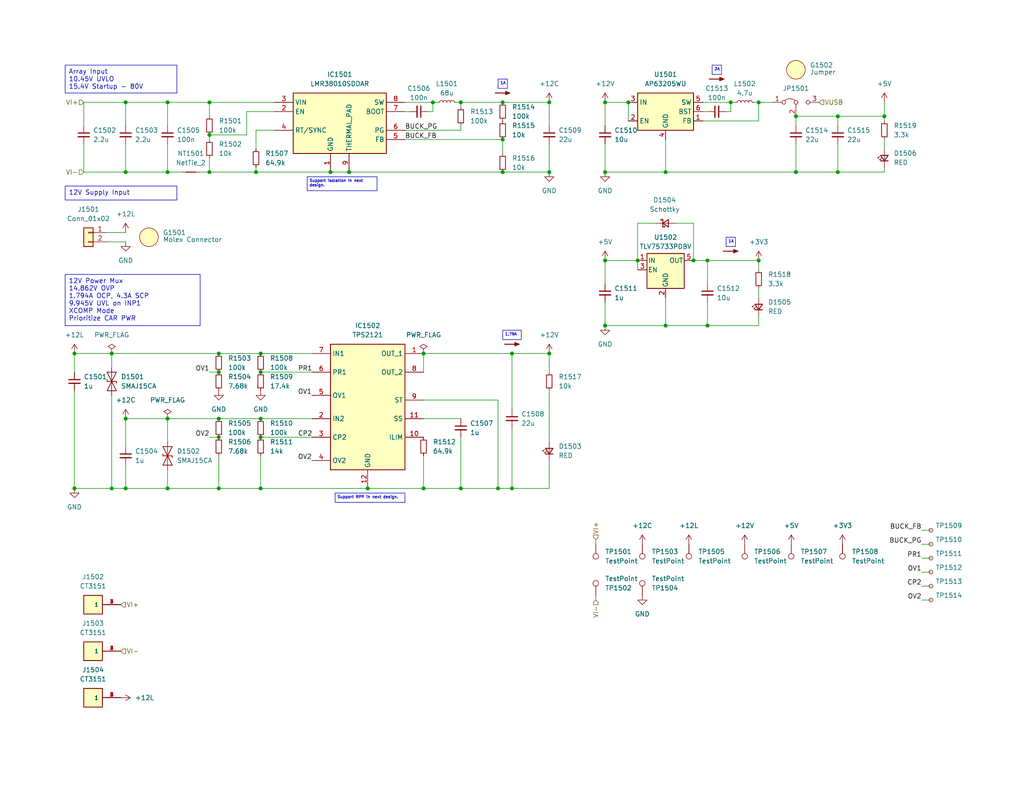
<source format=kicad_sch>
(kicad_sch (version 20231120) (generator "eeschema") (generator_version "8.0")
  (paper "USLetter")
  (title_block (title "Power Regulation") (date "2024-08-31") (rev "v0.1.0rc") (comment 1 "Matthew Yu") (comment 2 "Jacob Pustilnik"))
  (junction (at 71.12 101.6))
  (junction (at 69.85 46.99))
  (junction (at 207.01 71.12))
  (junction (at 30.48 96.52))
  (junction (at 137.16 38.1))
  (junction (at 171.45 27.94))
  (junction (at 71.12 114.3))
  (junction (at 34.29 46.99))
  (junction (at 189.23 71.12))
  (junction (at 241.3 31.75))
  (junction (at 135.89 133.35))
  (junction (at 217.17 31.75))
  (junction (at 149.86 96.52))
  (junction (at 45.72 46.99))
  (junction (at 118.11 27.94))
  (junction (at 45.72 114.3))
  (junction (at 20.32 96.52))
  (junction (at 181.61 88.9))
  (junction (at 149.86 27.94))
  (junction (at 139.7 96.52))
  (junction (at 125.73 27.94))
  (junction (at 71.12 119.38))
  (junction (at 90.17 46.99))
  (junction (at 34.29 114.3))
  (junction (at 100.33 133.35))
  (junction (at 137.16 46.99))
  (junction (at 139.7 133.35))
  (junction (at 125.73 133.35))
  (junction (at 165.1 88.9))
  (junction (at 137.16 27.94))
  (junction (at 59.69 114.3))
  (junction (at 228.6 31.75))
  (junction (at 71.12 96.52))
  (junction (at 165.1 46.99))
  (junction (at 59.69 133.35))
  (junction (at 217.17 46.99))
  (junction (at 95.25 46.99))
  (junction (at 45.72 133.35))
  (junction (at 199.39 27.94))
  (junction (at 115.57 96.52))
  (junction (at 45.72 27.94))
  (junction (at 165.1 27.94))
  (junction (at 57.15 46.99))
  (junction (at 34.29 27.94))
  (junction (at 181.61 46.99))
  (junction (at 193.04 88.9))
  (junction (at 173.99 71.12))
  (junction (at 149.86 46.99))
  (junction (at 207.01 27.94))
  (junction (at 193.04 71.12))
  (junction (at 20.32 133.35))
  (junction (at 34.29 133.35))
  (junction (at 59.69 96.52))
  (junction (at 57.15 27.94))
  (junction (at 228.6 46.99))
  (junction (at 165.1 71.12))
  (junction (at 115.57 133.35))
  (junction (at 57.15 36.83))
  (junction (at 30.48 133.35))
  (junction (at 59.69 101.6))
  (junction (at 71.12 133.35))
  (junction (at 59.69 119.38))
  (wire (pts (xy 69.85 45.72) (xy 69.85 46.99)))
  (wire (pts (xy 162.56 162.56) (xy 162.56 163.83)))
  (wire (pts (xy 173.99 71.12) (xy 173.99 73.66)))
  (wire (pts (xy 20.32 96.52) (xy 30.48 96.52)))
  (wire (pts (xy 71.12 133.35) (xy 100.33 133.35)))
  (wire (pts (xy 45.72 128.27) (xy 45.72 133.35)))
  (wire (pts (xy 59.69 114.3) (xy 71.12 114.3)))
  (wire (pts (xy 193.04 71.12) (xy 207.01 71.12)))
  (wire (pts (xy 69.85 40.64) (xy 69.85 35.56)))
  (wire (pts (xy 205.74 27.94) (xy 207.01 27.94)))
  (wire (pts (xy 30.48 96.52) (xy 30.48 100.33)))
  (wire (pts (xy 173.99 60.96) (xy 173.99 71.12)))
  (wire (pts (xy 135.89 133.35) (xy 139.7 133.35)))
  (wire (pts (xy 115.57 96.52) (xy 115.57 101.6)))
  (wire (pts (xy 110.49 38.1) (xy 137.16 38.1)))
  (wire (pts (xy 207.01 33.02) (xy 207.01 27.94)))
  (wire (pts (xy 22.86 39.37) (xy 22.86 46.99)))
  (wire (pts (xy 181.61 88.9) (xy 165.1 88.9)))
  (wire (pts (xy 71.12 96.52) (xy 85.09 96.52)))
  (wire (pts (xy 241.3 31.75) (xy 241.3 33.02)))
  (wire (pts (xy 22.86 27.94) (xy 34.29 27.94)))
  (wire (pts (xy 34.29 114.3) (xy 34.29 121.92)))
  (wire (pts (xy 241.3 27.94) (xy 241.3 31.75)))
  (wire (pts (xy 71.12 119.38) (xy 85.09 119.38)))
  (wire (pts (xy 189.23 71.12) (xy 189.23 60.96)))
  (wire (pts (xy 139.7 133.35) (xy 149.86 133.35)))
  (wire (pts (xy 162.56 148.59) (xy 162.56 147.32)))
  (wire (pts (xy 149.86 46.99) (xy 137.16 46.99)))
  (wire (pts (xy 241.3 38.1) (xy 241.3 40.64)))
  (wire (pts (xy 30.48 133.35) (xy 34.29 133.35)))
  (wire (pts (xy 228.6 39.37) (xy 228.6 46.99)))
  (wire (pts (xy 34.29 127) (xy 34.29 133.35)))
  (wire (pts (xy 59.69 133.35) (xy 71.12 133.35)))
  (wire (pts (xy 149.86 106.68) (xy 149.86 120.65)))
  (wire (pts (xy 149.86 34.29) (xy 149.86 27.94)))
  (wire (pts (xy 20.32 96.52) (xy 20.32 101.6)))
  (wire (pts (xy 115.57 114.3) (xy 125.73 114.3)))
  (wire (pts (xy 115.57 133.35) (xy 125.73 133.35)))
  (wire (pts (xy 165.1 27.94) (xy 171.45 27.94)))
  (wire (pts (xy 116.84 30.48) (xy 118.11 30.48)))
  (wire (pts (xy 217.17 31.75) (xy 228.6 31.75)))
  (wire (pts (xy 71.12 124.46) (xy 71.12 133.35)))
  (wire (pts (xy 34.29 133.35) (xy 45.72 133.35)))
  (wire (pts (xy 57.15 101.6) (xy 59.69 101.6)))
  (wire (pts (xy 20.32 133.35) (xy 30.48 133.35)))
  (wire (pts (xy 118.11 30.48) (xy 118.11 27.94)))
  (wire (pts (xy 115.57 96.52) (xy 139.7 96.52)))
  (wire (pts (xy 137.16 27.94) (xy 149.86 27.94)))
  (wire (pts (xy 34.29 114.3) (xy 45.72 114.3)))
  (wire (pts (xy 110.49 30.48) (xy 111.76 30.48)))
  (wire (pts (xy 228.6 46.99) (xy 241.3 46.99)))
  (wire (pts (xy 125.73 34.29) (xy 125.73 35.56)))
  (wire (pts (xy 228.6 34.29) (xy 228.6 31.75)))
  (wire (pts (xy 251.46 160.02) (xy 254 160.02)))
  (wire (pts (xy 67.31 30.48) (xy 67.31 36.83)))
  (wire (pts (xy 137.16 38.1) (xy 137.16 41.91)))
  (wire (pts (xy 45.72 39.37) (xy 45.72 46.99)))
  (wire (pts (xy 139.7 96.52) (xy 149.86 96.52)))
  (wire (pts (xy 165.1 71.12) (xy 165.1 77.47)))
  (wire (pts (xy 45.72 133.35) (xy 59.69 133.35)))
  (wire (pts (xy 228.6 31.75) (xy 241.3 31.75)))
  (wire (pts (xy 149.86 96.52) (xy 149.86 101.6)))
  (wire (pts (xy 67.31 36.83) (xy 57.15 36.83)))
  (wire (pts (xy 59.69 133.35) (xy 59.69 124.46)))
  (wire (pts (xy 29.21 66.04) (xy 34.29 66.04)))
  (wire (pts (xy 110.49 27.94) (xy 118.11 27.94)))
  (wire (pts (xy 57.15 31.75) (xy 57.15 27.94)))
  (wire (pts (xy 34.29 46.99) (xy 45.72 46.99)))
  (wire (pts (xy 45.72 27.94) (xy 57.15 27.94)))
  (wire (pts (xy 30.48 107.95) (xy 30.48 133.35)))
  (wire (pts (xy 207.01 78.74) (xy 207.01 81.28)))
  (wire (pts (xy 124.46 27.94) (xy 125.73 27.94)))
  (wire (pts (xy 149.86 125.73) (xy 149.86 133.35)))
  (wire (pts (xy 45.72 34.29) (xy 45.72 27.94)))
  (wire (pts (xy 193.04 88.9) (xy 207.01 88.9)))
  (wire (pts (xy 59.69 96.52) (xy 71.12 96.52)))
  (wire (pts (xy 90.17 46.99) (xy 95.25 46.99)))
  (wire (pts (xy 125.73 27.94) (xy 125.73 29.21)))
  (wire (pts (xy 22.86 34.29) (xy 22.86 27.94)))
  (wire (pts (xy 45.72 46.99) (xy 49.53 46.99)))
  (wire (pts (xy 57.15 27.94) (xy 74.93 27.94)))
  (wire (pts (xy 139.7 116.84) (xy 139.7 133.35)))
  (wire (pts (xy 29.21 63.5) (xy 34.29 63.5)))
  (wire (pts (xy 125.73 133.35) (xy 135.89 133.35)))
  (wire (pts (xy 251.46 163.83) (xy 254 163.83)))
  (wire (pts (xy 191.77 27.94) (xy 199.39 27.94)))
  (wire (pts (xy 57.15 43.18) (xy 57.15 46.99)))
  (wire (pts (xy 34.29 39.37) (xy 34.29 46.99)))
  (wire (pts (xy 71.12 114.3) (xy 85.09 114.3)))
  (wire (pts (xy 54.61 46.99) (xy 57.15 46.99)))
  (wire (pts (xy 251.46 144.78) (xy 254 144.78)))
  (wire (pts (xy 149.86 39.37) (xy 149.86 46.99)))
  (wire (pts (xy 125.73 35.56) (xy 110.49 35.56)))
  (wire (pts (xy 207.01 86.36) (xy 207.01 88.9)))
  (wire (pts (xy 57.15 36.83) (xy 57.15 38.1)))
  (wire (pts (xy 135.89 109.22) (xy 135.89 133.35)))
  (wire (pts (xy 191.77 30.48) (xy 193.04 30.48)))
  (wire (pts (xy 34.29 27.94) (xy 34.29 34.29)))
  (wire (pts (xy 217.17 34.29) (xy 217.17 31.75)))
  (wire (pts (xy 165.1 34.29) (xy 165.1 27.94)))
  (wire (pts (xy 199.39 30.48) (xy 199.39 27.94)))
  (wire (pts (xy 193.04 82.55) (xy 193.04 88.9)))
  (wire (pts (xy 181.61 88.9) (xy 193.04 88.9)))
  (wire (pts (xy 179.07 60.96) (xy 173.99 60.96)))
  (wire (pts (xy 125.73 27.94) (xy 137.16 27.94)))
  (wire (pts (xy 100.33 133.35) (xy 115.57 133.35)))
  (wire (pts (xy 191.77 33.02) (xy 207.01 33.02)))
  (wire (pts (xy 69.85 46.99) (xy 90.17 46.99)))
  (wire (pts (xy 251.46 156.21) (xy 254 156.21)))
  (wire (pts (xy 181.61 46.99) (xy 217.17 46.99)))
  (wire (pts (xy 34.29 27.94) (xy 45.72 27.94)))
  (wire (pts (xy 45.72 114.3) (xy 45.72 120.65)))
  (wire (pts (xy 171.45 27.94) (xy 171.45 33.02)))
  (wire (pts (xy 95.25 46.99) (xy 137.16 46.99)))
  (wire (pts (xy 20.32 106.68) (xy 20.32 133.35)))
  (wire (pts (xy 251.46 152.4) (xy 254 152.4)))
  (wire (pts (xy 189.23 71.12) (xy 193.04 71.12)))
  (wire (pts (xy 181.61 46.99) (xy 165.1 46.99)))
  (wire (pts (xy 22.86 46.99) (xy 34.29 46.99)))
  (wire (pts (xy 251.46 148.59) (xy 254 148.59)))
  (wire (pts (xy 119.38 27.94) (xy 118.11 27.94)))
  (wire (pts (xy 199.39 30.48) (xy 198.12 30.48)))
  (wire (pts (xy 30.48 96.52) (xy 59.69 96.52)))
  (wire (pts (xy 181.61 81.28) (xy 181.61 88.9)))
  (wire (pts (xy 71.12 101.6) (xy 85.09 101.6)))
  (wire (pts (xy 115.57 109.22) (xy 135.89 109.22)))
  (wire (pts (xy 165.1 82.55) (xy 165.1 88.9)))
  (wire (pts (xy 165.1 39.37) (xy 165.1 46.99)))
  (wire (pts (xy 69.85 35.56) (xy 74.93 35.56)))
  (wire (pts (xy 115.57 124.46) (xy 115.57 133.35)))
  (wire (pts (xy 189.23 60.96) (xy 184.15 60.96)))
  (wire (pts (xy 139.7 96.52) (xy 139.7 111.76)))
  (wire (pts (xy 125.73 119.38) (xy 125.73 133.35)))
  (wire (pts (xy 207.01 27.94) (xy 210.82 27.94)))
  (wire (pts (xy 217.17 46.99) (xy 228.6 46.99)))
  (wire (pts (xy 45.72 114.3) (xy 59.69 114.3)))
  (wire (pts (xy 181.61 46.99) (xy 181.61 38.1)))
  (wire (pts (xy 207.01 73.66) (xy 207.01 71.12)))
  (wire (pts (xy 57.15 46.99) (xy 69.85 46.99)))
  (wire (pts (xy 241.3 46.99) (xy 241.3 45.72)))
  (wire (pts (xy 57.15 119.38) (xy 59.69 119.38)))
  (wire (pts (xy 217.17 39.37) (xy 217.17 46.99)))
  (wire (pts (xy 199.39 27.94) (xy 200.66 27.94)))
  (wire (pts (xy 74.93 30.48) (xy 67.31 30.48)))
  (wire (pts (xy 165.1 71.12) (xy 173.99 71.12)))
  (wire (pts (xy 193.04 71.12) (xy 193.04 77.47)))
  (text_box "1.79A" (at 137.16 90.17 0) (size 5.08 2.54) (effects (font (size 0.762 0.762)) (justify left top)))
  (text_box "Support isolation in next design." (at 83.82 48.26 0) (size 19.05 3.81) (effects (font (size 0.762 0.762)) (justify left top)))
  (text_box "12V Supply Input" (at 17.78 50.8 0) (size 30.48 3.81) (effects (font (size 1.27 1.27)) (justify left top)))
  (text_box "1A" (at 198.12 64.77 0) (size 2.54 2.54) (effects (font (size 0.762 0.762)) (justify left top)))
  (text_box "2A" (at 194.31 17.78 0) (size 2.54 2.54) (effects (font (size 0.762 0.762)) (justify left top)))
  (text_box "1A\n" (at 135.89 21.59 0) (size 2.54 2.54) (effects (font (size 0.762 0.762)) (justify left top)))
  (text_box "12V Power Mux\n14.862V OVP\n1.794A OCP, 4.3A SCP\n9.945V UVL on INP1\nXCOMP Mode\nPrioritize CAR PWR" (at 17.78 74.93 0) (size 36.83 13.97) (effects (font (size 1.27 1.27)) (justify left top)))
  (text_box "Array Input\n10.45V UVLO\n15.4V Startup - 80V" (at 17.78 17.78 0) (size 30.48 7.62) (effects (font (size 1.27 1.27)) (justify left top)))
  (text_box "Support RPP in next design." (at 91.44 134.62 0) (size 19.05 2.54) (effects (font (size 0.762 0.762)) (justify left top)))
  (label "PR1" (at 251.46 152.4 180))
  (label "BUCK_PG" (at 110.49 35.56 0))
  (label "OV2" (at 57.15 119.38 180))
  (label "OV2" (at 85.09 125.73 180))
  (label "OV1" (at 85.09 107.95 180))
  (label "CP2" (at 251.46 160.02 180))
  (label "OV1" (at 57.15 101.6 180))
  (label "PR1" (at 81.28 101.6 0))
  (label "OV1" (at 251.46 156.21 180))
  (label "BUCK_FB" (at 251.46 144.78 180))
  (label "OV2" (at 251.46 163.83 180))
  (label "BUCK_PG" (at 251.46 148.59 180))
  (label "CP2" (at 81.28 119.38 0))
  (label "BUCK_FB" (at 110.49 38.1 0))
  (hierarchical_label "VI+" (shape input) (at 162.56 147.32 90))
  (hierarchical_label "VI-" (shape input) (at 33.02 177.8 0))
  (hierarchical_label "VI+" (shape input) (at 33.02 165.1 0))
  (hierarchical_label "VUSB" (shape input) (at 223.52 27.94 0))
  (hierarchical_label "VI-" (shape input) (at 22.86 46.99 180))
  (hierarchical_label "VI+" (shape input) (at 22.86 27.94 180))
  (hierarchical_label "VI-" (shape input) (at 162.56 163.83 270))
  (symbol (lib_id "caltest_ct3151:CT3151") (at 25.4 190.5 180) (unit 1)
    (property "Reference" "J1504" (at 25.4 182.88 0))
    (property "Value" "CT3151" (at 25.4 185.42 0))
    (property "Footprint" "footprints:caltest_ct3151" (effects (hide yes)))
    (property "Datasheet" "https://mm.digikey.com/Volume0/opasdata/d220001/medias/docus/4846/DS_1768_Catalog.pdf" (effects (hide yes)))
    (property "Description" "CONN BANANA JACK SOLDER" (effects (hide yes)))
    (property "Manufacturer" "Caltest" (effects (hide yes)))
    (property "P/N" "  CT3151-2" (effects (hide yes)))
  )
  (symbol (lib_id "ti_TPS2121:TPS2121RUXR") (at 85.09 96.52 0) (unit 1)
    (property "Reference" "IC1502" (at 100.33 88.9 0))
    (property "Value" "TPS2121" (at 100.33 91.44 0))
    (property "Footprint" "footprints:ti_TPS2121_RUXR" (effects (hide yes)))
    (property "Datasheet" "https://www.ti.com/lit/gpn/TPS2121" (effects (hide yes)))
    (property "Description" "2.7-22V, 56m, 4.5A, Priority Power MUX with Seamless Switchover" (effects (hide yes)))
    (property "Manufacturer" "Texas Instruments" (effects (hide yes)))
    (property "P/N" "TPS2121RUXR" (effects (hide yes)))
  )
  (symbol (lib_id "Device:R_Small") (at 59.69 116.84 0) (mirror y) (unit 1)
    (property "Reference" "R1505" (at 62.23 115.5699 0) (effects (justify right)))
    (property "Value" "100k" (at 62.23 118.1099 0) (effects (justify right)))
    (property "Footprint" "Resistor_SMD:R_0603_1608Metric_Pad0.98x0.95mm_HandSolder" (effects (hide yes)))
    (property "Datasheet" "https://www.vishay.com/docs/20035/dcrcwe3.pdf" (effects (hide yes)))
    (property "Description" "Resistor, small symbol" (effects (hide yes)))
    (property "Manufacturer" "Vishay / Dale" (effects (hide yes)))
    (property "P/N" "CRCW0603100KFKEA " (effects (hide yes)))
  )
  (symbol (lib_id "caltest_ct3151:CT3151") (at 25.4 177.8 180) (unit 1)
    (property "Reference" "J1503" (at 25.4 170.18 0))
    (property "Value" "CT3151" (at 25.4 172.72 0))
    (property "Footprint" "footprints:caltest_ct3151" (effects (hide yes)))
    (property "Datasheet" "https://mm.digikey.com/Volume0/opasdata/d220001/medias/docus/4846/DS_1768_Catalog.pdf" (effects (hide yes)))
    (property "Description" "CONN BANANA JACK SOLDER" (effects (hide yes)))
    (property "Manufacturer" "Caltest" (effects (hide yes)))
    (property "P/N" "  CT3151-0" (effects (hide yes)))
  )
  (symbol (lib_id "Device:LED_Small") (at 241.3 43.18 90) (unit 1)
    (property "Reference" "D1506" (at 243.84 41.8464 90) (effects (justify right)))
    (property "Value" "RED" (at 243.84 44.3864 90) (effects (justify right)))
    (property "Footprint" "LED_SMD:LED_0805_2012Metric_Pad1.15x1.40mm_HandSolder" (effects (hide yes)))
    (property "Datasheet" "https://www.mouser.com/datasheet/2/216/APT2012SURCK-41297.pdf" (effects (hide yes)))
    (property "Description" "Light emitting diode, small symbol" (effects (hide yes)))
    (property "Manufacturer" "Kingbright" (effects (hide yes)))
    (property "P/N" "APT2012SURCK " (effects (hide yes)))
  )
  (symbol (lib_id "Device:R_Small") (at 57.15 34.29 0) (unit 1)
    (property "Reference" "R1501" (at 59.69 33.0199 0) (effects (justify left)))
    (property "Value" "100k" (at 59.69 35.5599 0) (effects (justify left)))
    (property "Footprint" "Resistor_SMD:R_0603_1608Metric_Pad0.98x0.95mm_HandSolder" (effects (hide yes)))
    (property "Datasheet" "https://www.vishay.com/docs/20035/dcrcwe3.pdf" (effects (hide yes)))
    (property "Description" "Resistor, small symbol" (effects (hide yes)))
    (property "Manufacturer" "Vishay / Dale" (effects (hide yes)))
    (property "P/N" "CRCW0603100KFKEA " (effects (hide yes)))
  )
  (symbol (lib_id "Device:C_Small") (at 228.6 36.83 0) (unit 1)
    (property "Reference" "C1515" (at 231.14 35.5662 0) (effects (justify left)))
    (property "Value" "22u" (at 231.14 38.1062 0) (effects (justify left)))
    (property "Footprint" "Capacitor_SMD:C_1210_3225Metric_Pad1.33x2.70mm_HandSolder" (effects (hide yes)))
    (property "Datasheet" "https://product.tdk.com/en/search/capacitor/ceramic/mlcc/info?part_no=CGA6P3X7R1E226M250AB" (effects (hide yes)))
    (property "Description" "Unpolarized capacitor, small symbol" (effects (hide yes)))
    (property "Manufacturer" "TDK" (effects (hide yes)))
    (property "P/N" "CGA6P3X7R1E226M250AB " (effects (hide yes)))
    (property "Notes" "5.0V Rating" (effects (hide yes)))
  )
  (symbol (lib_id "Connector:TestPoint_Small") (at 254 156.21 0) (unit 1)
    (property "Reference" "TP1512" (at 255.27 154.9399 0) (effects (justify left)))
    (property "Value" "TestPoint_Small" (effects (hide yes)))
    (property "Footprint" "TestPoint:TestPoint_Pad_D1.0mm" (effects (hide yes)))
    (property "Description" "test point" (effects (hide yes)))
  )
  (symbol (lib_id "Connector:TestPoint_Small") (at 254 163.83 0) (unit 1)
    (property "Reference" "TP1514" (at 255.27 162.5599 0) (effects (justify left)))
    (property "Value" "TestPoint_Small" (effects (hide yes)))
    (property "Footprint" "TestPoint:TestPoint_Pad_D1.0mm" (effects (hide yes)))
    (property "Description" "test point" (effects (hide yes)))
  )
  (symbol (lib_id "Device:C_Small") (at 22.86 36.83 0) (unit 1)
    (property "Reference" "C1502" (at 25.4 35.5662 0) (effects (justify left)))
    (property "Value" "2.2u" (at 25.4 38.1062 0) (effects (justify left)))
    (property "Footprint" "Capacitor_SMD:C_2220_5750Metric_Pad1.97x5.40mm_HandSolder" (effects (hide yes)))
    (property "Datasheet" "https://product.tdk.com/en/search/capacitor/ceramic/mlcc/info?part_no=CGA9P3X7T2E225K250KA" (effects (hide yes)))
    (property "Description" "Unpolarized capacitor, small symbol" (effects (hide yes)))
    (property "Manufacturer" "TDK" (effects (hide yes)))
    (property "P/N" "CGA9P3X7T2E225K250KA " (effects (hide yes)))
    (property "Notes" "150V Rating" (effects (hide yes)))
  )
  (symbol (lib_id "Device:R_Small") (at 71.12 116.84 0) (mirror y) (unit 1)
    (property "Reference" "R1510" (at 73.66 115.5699 0) (effects (justify right)))
    (property "Value" "100k" (at 73.66 118.1099 0) (effects (justify right)))
    (property "Footprint" "Resistor_SMD:R_0603_1608Metric_Pad0.98x0.95mm_HandSolder" (effects (hide yes)))
    (property "Datasheet" "https://www.vishay.com/docs/20035/dcrcwe3.pdf" (effects (hide yes)))
    (property "Description" "Resistor, small symbol" (effects (hide yes)))
    (property "Manufacturer" "Vishay / Dale" (effects (hide yes)))
    (property "P/N" "CRCW0603100KFKEA " (effects (hide yes)))
  )
  (symbol (lib_id "Connector_Generic:Conn_01x02") (at 24.13 63.5 0) (mirror y) (unit 1)
    (property "Reference" "J1501" (at 24.13 57.15 0))
    (property "Value" "Conn_01x02" (at 24.13 59.69 0))
    (property "Footprint" "Connector_Molex:Molex_Micro-Fit_3.0_43650-0215_1x02_P3.00mm_Vertical" (effects (hide yes)))
    (property "Datasheet" "https://www.molex.com/en-us/products/part-detail/436500215?display=pdf" (effects (hide yes)))
    (property "Description" "Generic connector, single row, 01x02, script generated (kicad-library-utils/schlib/autogen/connector/)" (effects (hide yes)))
    (property "Manufacturer" "Molex" (effects (hide yes)))
    (property "P/N" " 43650-0215 " (effects (hide yes)))
  )
  (symbol (lib_id "power:PWR_FLAG") (at 45.72 114.3 0) (unit 1)
    (property "Reference" "#FLG01502" (effects (hide yes)))
    (property "Value" "PWR_FLAG" (at 45.72 109.22 0))
    (property "Description" "Special symbol for telling ERC where power comes from" (effects (hide yes)))
  )
  (symbol (lib_id "power:PWR_FLAG") (at 30.48 96.52 0) (unit 1)
    (property "Reference" "#FLG01501" (effects (hide yes)))
    (property "Value" "PWR_FLAG" (at 30.48 91.44 0))
    (property "Description" "Special symbol for telling ERC where power comes from" (effects (hide yes)))
  )
  (symbol (lib_id "Diode:SMAJ15CA") (at 45.72 124.46 90) (unit 1)
    (property "Reference" "D1502" (at 48.26 123.1899 90) (effects (justify right)))
    (property "Value" "SMAJ15CA" (at 48.26 125.7299 90) (effects (justify right)))
    (property "Footprint" "Diode_SMD:D_SMA" (effects (hide yes)))
    (property "Datasheet" "https://www.mouser.com/datasheet/2/115/DIOD_S_A0011213352_1-2543544.pdf" (effects (hide yes)))
    (property "Description" "400W bidirectional Transient Voltage Suppressor, 15.0Vr, SMA(DO-214AC)" (effects (hide yes)))
    (property "Manufacturer" "Diodes Incorporated" (effects (hide yes)))
    (property "P/N" " SMAJ15CAQ-13-F " (effects (hide yes)))
    (property "Notes" "15V Rating" (effects (hide yes)))
  )
  (symbol (lib_id "Device:R_Small") (at 71.12 99.06 0) (mirror y) (unit 1)
    (property "Reference" "R1508" (at 73.66 97.7899 0) (effects (justify right)))
    (property "Value" "100k" (at 73.66 100.3299 0) (effects (justify right)))
    (property "Footprint" "Resistor_SMD:R_0603_1608Metric_Pad0.98x0.95mm_HandSolder" (effects (hide yes)))
    (property "Datasheet" "https://www.vishay.com/docs/20035/dcrcwe3.pdf" (effects (hide yes)))
    (property "Description" "Resistor, small symbol" (effects (hide yes)))
    (property "Manufacturer" "Vishay / Dale" (effects (hide yes)))
    (property "P/N" "CRCW0603100KFKEA " (effects (hide yes)))
  )
  (symbol (lib_id "Connector:TestPoint_Small") (at 254 144.78 0) (unit 1)
    (property "Reference" "TP1509" (at 255.27 143.5099 0) (effects (justify left)))
    (property "Value" "TestPoint_Small" (effects (hide yes)))
    (property "Footprint" "TestPoint:TestPoint_Pad_D1.0mm" (effects (hide yes)))
    (property "Description" "test point" (effects (hide yes)))
  )
  (symbol (lib_id "Connector:TestPoint") (at 229.87 148.59 180) (unit 1)
    (property "Reference" "TP1508" (at 232.41 150.6219 0) (effects (justify right)))
    (property "Value" "TestPoint" (at 232.41 153.1619 0) (effects (justify right)))
    (property "Footprint" "TestPoint:TestPoint_Keystone_5000-5004_Miniature" (effects (hide yes)))
    (property "Datasheet" "https://www.keyelco.com/userAssets/file/M65p56.pdf" (effects (hide yes)))
    (property "Description" "test point" (effects (hide yes)))
    (property "Manufacturer" "Keystone Electronics" (effects (hide yes)))
    (property "P/N" "5000" (effects (hide yes)))
  )
  (symbol (lib_id "Device:LED_Small") (at 207.01 83.82 90) (unit 1)
    (property "Reference" "D1505" (at 209.55 82.4864 90) (effects (justify right)))
    (property "Value" "RED" (at 209.55 85.0264 90) (effects (justify right)))
    (property "Footprint" "LED_SMD:LED_0805_2012Metric_Pad1.15x1.40mm_HandSolder" (effects (hide yes)))
    (property "Datasheet" "https://www.mouser.com/datasheet/2/216/APT2012SURCK-41297.pdf" (effects (hide yes)))
    (property "Description" "Light emitting diode, small symbol" (effects (hide yes)))
    (property "Manufacturer" "Kingbright" (effects (hide yes)))
    (property "P/N" "APT2012SURCK " (effects (hide yes)))
  )
  (symbol (lib_id "caltest_ct3151:CT3151") (at 25.4 165.1 180) (unit 1)
    (property "Reference" "J1502" (at 25.4 157.48 0))
    (property "Value" "CT3151" (at 25.4 160.02 0))
    (property "Footprint" "footprints:caltest_ct3151" (effects (hide yes)))
    (property "Datasheet" "https://mm.digikey.com/Volume0/opasdata/d220001/medias/docus/4846/DS_1768_Catalog.pdf" (effects (hide yes)))
    (property "Description" "CONN BANANA JACK SOLDER" (effects (hide yes)))
    (property "Manufacturer" "Caltest" (effects (hide yes)))
    (property "P/N" "  CT3151-2" (effects (hide yes)))
  )
  (symbol (lib_id "Device:R_Small") (at 207.01 76.2 0) (unit 1)
    (property "Reference" "R1518" (at 209.55 74.9299 0) (effects (justify left)))
    (property "Value" "3.3k" (at 209.55 77.4699 0) (effects (justify left)))
    (property "Footprint" "Resistor_SMD:R_0603_1608Metric_Pad0.98x0.95mm_HandSolder" (effects (hide yes)))
    (property "Datasheet" "https://www.vishay.com/docs/20035/dcrcwe3.pdf" (effects (hide yes)))
    (property "Description" "Resistor, small symbol" (effects (hide yes)))
    (property "Manufacturer" "Vishay / Dale" (effects (hide yes)))
    (property "P/N" "CRCW06033K30FKEA " (effects (hide yes)))
  )
  (symbol (lib_id "Device:C_Small") (at 34.29 124.46 0) (unit 1)
    (property "Reference" "C1504" (at 36.83 123.1962 0) (effects (justify left)))
    (property "Value" "1u" (at 36.83 125.7362 0) (effects (justify left)))
    (property "Footprint" "Capacitor_SMD:C_0603_1608Metric_Pad1.08x0.95mm_HandSolder" (effects (hide yes)))
    (property "Datasheet" "https://product.tdk.com/en/search/capacitor/ceramic/mlcc/info?part_no=CGA3E1X7R1V105K080AC" (effects (hide yes)))
    (property "Description" "Unpolarized capacitor, small symbol" (effects (hide yes)))
    (property "Manufacturer" "TDK" (effects (hide yes)))
    (property "P/N" "CGA3E1X7R1V105K080AC" (effects (hide yes)))
    (property "Notes" "12V Rating" (effects (hide yes)))
  )
  (symbol (lib_id "power:+12L") (at 20.32 96.52 0) (unit 1)
    (property "Reference" "#PWR01501" (effects (hide yes)))
    (property "Value" "+12L" (at 20.32 91.44 0))
    (property "Description" "Power symbol creates a global label with name \"+12L\"" (effects (hide yes)))
  )
  (symbol (lib_id "Connector:TestPoint_Small") (at 254 152.4 0) (unit 1)
    (property "Reference" "TP1511" (at 255.27 151.1299 0) (effects (justify left)))
    (property "Value" "TestPoint_Small" (effects (hide yes)))
    (property "Footprint" "TestPoint:TestPoint_Pad_D1.0mm" (effects (hide yes)))
    (property "Description" "test point" (effects (hide yes)))
  )
  (symbol (lib_id "power:GND") (at 165.1 46.99 0) (unit 1)
    (property "Reference" "#PWR01513" (effects (hide yes)))
    (property "Value" "GND" (at 165.1 52.07 0))
    (property "Description" "Power symbol creates a global label with name \"GND\" , ground" (effects (hide yes)))
  )
  (symbol (lib_id "Device:LED_Small") (at 149.86 123.19 90) (unit 1)
    (property "Reference" "D1503" (at 152.4 121.8564 90) (effects (justify right)))
    (property "Value" "RED" (at 152.4 124.3964 90) (effects (justify right)))
    (property "Footprint" "LED_SMD:LED_0805_2012Metric_Pad1.15x1.40mm_HandSolder" (effects (hide yes)))
    (property "Datasheet" "https://www.mouser.com/datasheet/2/216/APT2012SURCK-41297.pdf" (effects (hide yes)))
    (property "Description" "Light emitting diode, small symbol" (effects (hide yes)))
    (property "Manufacturer" "Kingbright" (effects (hide yes)))
    (property "P/N" "APT2012SURCK " (effects (hide yes)))
  )
  (symbol (lib_id "power:+12V") (at 165.1 27.94 0) (unit 1)
    (property "Reference" "#PWR01512" (effects (hide yes)))
    (property "Value" "+12V" (at 165.1 22.86 0))
    (property "Description" "Power symbol creates a global label with name \"+12V\"" (effects (hide yes)))
  )
  (symbol (lib_id "Device:D_Schottky_Small") (at 181.61 60.96 0) (unit 1)
    (property "Reference" "D1504" (at 181.356 54.61 0))
    (property "Value" "Schottky" (at 181.356 57.15 0))
    (property "Footprint" "Diode_SMD:D_SOD-123F" (effects (hide yes)))
    (property "Datasheet" "https://www.mouser.com/datasheet/2/115/DIOD_S_A0002960396_1-2542090.pdf" (effects (hide yes)))
    (property "Description" "Schottky diode, small symbol" (effects (hide yes)))
    (property "Manufacturer" "Diodes Incorporated" (effects (hide yes)))
    (property "P/N" " SBR3U40S1F-7 " (effects (hide yes)))
  )
  (symbol (lib_id "power:+5V") (at 215.9 148.59 0) (unit 1)
    (property "Reference" "#PWR01521" (effects (hide yes)))
    (property "Value" "+5V" (at 215.9 143.51 0))
    (property "Description" "Power symbol creates a global label with name \"+5V\"" (effects (hide yes)))
  )
  (symbol (lib_id "Connector:TestPoint") (at 215.9 148.59 180) (unit 1)
    (property "Reference" "TP1507" (at 218.44 150.6219 0) (effects (justify right)))
    (property "Value" "TestPoint" (at 218.44 153.1619 0) (effects (justify right)))
    (property "Footprint" "TestPoint:TestPoint_Keystone_5000-5004_Miniature" (effects (hide yes)))
    (property "Datasheet" "https://www.keyelco.com/userAssets/file/M65p56.pdf" (effects (hide yes)))
    (property "Description" "test point" (effects (hide yes)))
    (property "Manufacturer" "Keystone Electronics" (effects (hide yes)))
    (property "P/N" "5000" (effects (hide yes)))
  )
  (symbol (lib_id "Diode:SMAJ15CA") (at 30.48 104.14 90) (unit 1)
    (property "Reference" "D1501" (at 33.02 102.8699 90) (effects (justify right)))
    (property "Value" "SMAJ15CA" (at 33.02 105.4099 90) (effects (justify right)))
    (property "Footprint" "Diode_SMD:D_SMA" (effects (hide yes)))
    (property "Datasheet" "https://www.mouser.com/datasheet/2/115/DIOD_S_A0011213352_1-2543544.pdf" (effects (hide yes)))
    (property "Description" "400W bidirectional Transient Voltage Suppressor, 15.0Vr, SMA(DO-214AC)" (effects (hide yes)))
    (property "Manufacturer" "Diodes Incorporated" (effects (hide yes)))
    (property "P/N" " SMAJ15CAQ-13-F " (effects (hide yes)))
    (property "Notes" "15V Rating" (effects (hide yes)))
  )
  (symbol (lib_id "Device:C_Small") (at 195.58 30.48 90) (unit 1)
    (property "Reference" "C1513" (at 195.5863 24.13 90))
    (property "Value" "100n" (at 195.5863 26.67 90))
    (property "Footprint" "Capacitor_SMD:C_0402_1005Metric_Pad0.74x0.62mm_HandSolder" (effects (hide yes)))
    (property "Datasheet" "https://product.tdk.com/en/search/capacitor/ceramic/mlcc/info?part_no=CGA2B3X7R1H104K050BB" (effects (hide yes)))
    (property "Description" "Unpolarized capacitor, small symbol" (effects (hide yes)))
    (property "Manufacturer" "TDK" (effects (hide yes)))
    (property "P/N" "CGA2B3X7R1H104K050BB" (effects (hide yes)))
    (property "Notes" "7.0V Rating" (effects (hide yes)))
  )
  (symbol (lib_id "Device:C_Small") (at 34.29 36.83 0) (unit 1)
    (property "Reference" "C1503" (at 36.83 35.5662 0) (effects (justify left)))
    (property "Value" "2.2u" (at 36.83 38.1062 0) (effects (justify left)))
    (property "Footprint" "Capacitor_SMD:C_2220_5750Metric_Pad1.97x5.40mm_HandSolder" (effects (hide yes)))
    (property "Datasheet" "https://product.tdk.com/en/search/capacitor/ceramic/mlcc/info?part_no=CGA9P3X7T2E225K250KA" (effects (hide yes)))
    (property "Description" "Unpolarized capacitor, small symbol" (effects (hide yes)))
    (property "Manufacturer" "TDK" (effects (hide yes)))
    (property "P/N" "CGA9P3X7T2E225K250KA " (effects (hide yes)))
    (property "Notes" "150V Rating" (effects (hide yes)))
  )
  (symbol (lib_id "generic_symbol:Generic_Symbol") (at 40.64 60.96 0) (unit 1) (on_board no)
    (property "Reference" "G1501" (at 44.45 63.5 0) (effects (justify left)))
    (property "Value" "Molex Connector" (at 44.45 65.4051 0) (effects (justify left)))
    (property "Datasheet" "https://www.molex.com/en-us/products/part-detail/436450200?display=pdf" (effects (hide yes)))
    (property "P/N" "43645-0200" (effects (hide yes)))
    (property "Manufacturer" "Molex" (effects (hide yes)))
  )
  (symbol (lib_id "Device:C_Small") (at 45.72 36.83 0) (unit 1)
    (property "Reference" "C1505" (at 48.26 35.5662 0) (effects (justify left)))
    (property "Value" "100n" (at 48.26 38.1062 0) (effects (justify left)))
    (property "Footprint" "Capacitor_SMD:C_1206_3216Metric_Pad1.33x1.80mm_HandSolder" (effects (hide yes)))
    (property "Datasheet" "https://product.tdk.com/en/search/capacitor/ceramic/mlcc/info?part_no=CGA5L3X7R2E104K160AA" (effects (hide yes)))
    (property "Description" "Unpolarized capacitor, small symbol" (effects (hide yes)))
    (property "Manufacturer" "TDK" (effects (hide yes)))
    (property "P/N" "CGA5L3X7R2E104K160AA " (effects (hide yes)))
    (property "Notes" "85V Rating" (effects (hide yes)))
  )
  (symbol (lib_id "Connector:TestPoint") (at 203.2 148.59 180) (unit 1)
    (property "Reference" "TP1506" (at 205.74 150.6219 0) (effects (justify right)))
    (property "Value" "TestPoint" (at 205.74 153.1619 0) (effects (justify right)))
    (property "Footprint" "TestPoint:TestPoint_Keystone_5000-5004_Miniature" (effects (hide yes)))
    (property "Datasheet" "https://www.keyelco.com/userAssets/file/M65p56.pdf" (effects (hide yes)))
    (property "Description" "test point" (effects (hide yes)))
    (property "Manufacturer" "Keystone Electronics" (effects (hide yes)))
    (property "P/N" "5000" (effects (hide yes)))
  )
  (symbol (lib_id "Graphic:SYM_Arrow_Small") (at 137.16 25.4 0) (unit 1) (in_bom no) (on_board no)
    (property "Reference" "#SYM1501" (effects (hide yes)))
    (property "Value" "SYM_Arrow_Small" (effects (hide yes)))
    (property "Description" "Filled arrow, 160mil" (effects (hide yes)))
  )
  (symbol (lib_id "power:+12V") (at 149.86 96.52 0) (unit 1)
    (property "Reference" "#PWR01511" (effects (hide yes)))
    (property "Value" "+12V" (at 149.86 91.44 0))
    (property "Description" "Power symbol creates a global label with name \"+12V\"" (effects (hide yes)))
  )
  (symbol (lib_id "power:+12V") (at 203.2 148.59 0) (unit 1)
    (property "Reference" "#PWR01519" (effects (hide yes)))
    (property "Value" "+12V" (at 203.2 143.51 0))
    (property "Description" "Power symbol creates a global label with name \"+12V\"" (effects (hide yes)))
  )
  (symbol (lib_id "power:GND") (at 59.69 106.68 0) (unit 1)
    (property "Reference" "#PWR01507" (effects (hide yes)))
    (property "Value" "GND" (at 59.69 111.76 0))
    (property "Description" "Power symbol creates a global label with name \"GND\" , ground" (effects (hide yes)))
  )
  (symbol (lib_id "Device:R_Small") (at 137.16 35.56 0) (unit 1)
    (property "Reference" "R1515" (at 139.7 34.2899 0) (effects (justify left)))
    (property "Value" "10k" (at 139.7 36.8299 0) (effects (justify left)))
    (property "Footprint" "Resistor_SMD:R_0603_1608Metric_Pad0.98x0.95mm_HandSolder" (effects (hide yes)))
    (property "Datasheet" "https://www.vishay.com/docs/20035/dcrcwe3.pdf" (effects (hide yes)))
    (property "Description" "Resistor, small symbol" (effects (hide yes)))
    (property "Manufacturer" "Vishay / Dale" (effects (hide yes)))
    (property "P/N" "CRCW060310K0FKEA " (effects (hide yes)))
  )
  (symbol (lib_id "Device:R_Small") (at 71.12 121.92 0) (mirror y) (unit 1)
    (property "Reference" "R1511" (at 73.66 120.6499 0) (effects (justify right)))
    (property "Value" "14k" (at 73.66 123.1899 0) (effects (justify right)))
    (property "Footprint" "Resistor_SMD:R_0603_1608Metric_Pad0.98x0.95mm_HandSolder" (effects (hide yes)))
    (property "Datasheet" "https://www.vishay.com/doc?30332" (effects (hide yes)))
    (property "Description" "Resistor, small symbol" (effects (hide yes)))
    (property "Manufacturer" "Vishay / Dale" (effects (hide yes)))
    (property "P/N" "CRCW060314K0FKEA " (effects (hide yes)))
  )
  (symbol (lib_id "Device:NetTie_2") (at 52.07 46.99 180) (unit 1) (in_bom no)
    (property "Reference" "NT1501" (at 52.07 41.91 0))
    (property "Value" "NetTie_2" (at 52.07 44.45 0))
    (property "Footprint" "NetTie:NetTie-2_SMD_Pad2.0mm" (effects (hide yes)))
    (property "Description" "Net tie, 2 pins" (effects (hide yes)))
  )
  (symbol (lib_id "power:GND") (at 34.29 66.04 0) (unit 1)
    (property "Reference" "#PWR01505" (effects (hide yes)))
    (property "Value" "GND" (at 34.29 71.12 0))
    (property "Description" "Power symbol creates a global label with name \"GND\" , ground" (effects (hide yes)))
  )
  (symbol (lib_id "power:GND") (at 149.86 46.99 0) (unit 1)
    (property "Reference" "#PWR01510" (effects (hide yes)))
    (property "Value" "GND" (at 149.86 52.07 0))
    (property "Description" "Power symbol creates a global label with name \"GND\" , ground" (effects (hide yes)))
  )
  (symbol (lib_id "Device:R_Small") (at 115.57 121.92 0) (unit 1)
    (property "Reference" "R1512" (at 118.11 120.6499 0) (effects (justify left)))
    (property "Value" "64.9k" (at 118.11 123.1899 0) (effects (justify left)))
    (property "Footprint" "Resistor_SMD:R_0603_1608Metric_Pad0.98x0.95mm_HandSolder" (effects (hide yes)))
    (property "Datasheet" "https://www.vishay.com/doc?30332" (effects (hide yes)))
    (property "Description" "Resistor, small symbol" (effects (hide yes)))
    (property "Manufacturer" "Vishay / Dale" (effects (hide yes)))
    (property "P/N" "CRCW060364K9FKEA " (effects (hide yes)))
  )
  (symbol (lib_id "ti_LMR38010:LMR38010SDDAR") (at 74.93 27.94 0) (unit 1)
    (property "Reference" "IC1501" (at 92.71 20.32 0))
    (property "Value" "LMR38010SDDAR" (at 92.71 22.86 0))
    (property "Footprint" "footprints:ti_LMR38010_SDDAR" (effects (hide yes)))
    (property "Datasheet" "https://www.ti.com/lit/ds/symlink/lmr38010-q1.pdf" (effects (hide yes)))
    (property "Description" "Switching Voltage Regulators SIMPLE SWITCHER 80-V, 1.0-A, 2.2-MHz step-down converter with 40- uA IQ 8-SO PowerPAD -40 to 150" (effects (hide yes)))
    (property "Manufacturer" "Texas Instruments" (effects (hide yes)))
    (property "P/N" "LMR38010SDDAR" (effects (hide yes)))
  )
  (symbol (lib_id "Device:L_Small") (at 203.2 27.94 90) (unit 1)
    (property "Reference" "L1502" (at 203.2 22.86 90))
    (property "Value" "4.7u" (at 203.2 25.4 90))
    (property "Footprint" "Inductor_SMD:L_Bourns_SRN6045TA" (effects (hide yes)))
    (property "Datasheet" "https://www.mouser.com/datasheet/2/54/srn6045ta-1391592.pdf" (effects (hide yes)))
    (property "Description" "Inductor, small symbol" (effects (hide yes)))
    (property "Manufacturer" "Bourns" (effects (hide yes)))
    (property "P/N" " SRN6045TA-4R7M " (effects (hide yes)))
    (property "Notes" "2A Rating" (effects (hide yes)))
  )
  (symbol (lib_id "power:+3V3") (at 207.01 71.12 0) (unit 1)
    (property "Reference" "#PWR01520" (effects (hide yes)))
    (property "Value" "+3V3" (at 207.01 66.04 0))
    (property "Description" "Power symbol creates a global label with name \"+3V3\"" (effects (hide yes)))
  )
  (symbol (lib_id "Connector:TestPoint") (at 162.56 162.56 0) (mirror y) (unit 1)
    (property "Reference" "TP1502" (at 165.1 160.5281 0) (effects (justify right)))
    (property "Value" "TestPoint" (at 165.1 157.9881 0) (effects (justify right)))
    (property "Footprint" "TestPoint:TestPoint_Keystone_5000-5004_Miniature" (effects (hide yes)))
    (property "Datasheet" "https://www.keyelco.com/userAssets/file/M65p56.pdf" (effects (hide yes)))
    (property "Description" "test point" (effects (hide yes)))
    (property "Manufacturer" "Keystone Electronics" (effects (hide yes)))
    (property "P/N" "5000" (effects (hide yes)))
  )
  (symbol (lib_id "power:GND") (at 165.1 88.9 0) (unit 1)
    (property "Reference" "#PWR01515" (effects (hide yes)))
    (property "Value" "GND" (at 165.1 93.98 0))
    (property "Description" "Power symbol creates a global label with name \"GND\" , ground" (effects (hide yes)))
  )
  (symbol (lib_id "Connector:TestPoint_Small") (at 254 160.02 0) (unit 1)
    (property "Reference" "TP1513" (at 255.27 158.7499 0) (effects (justify left)))
    (property "Value" "TestPoint_Small" (effects (hide yes)))
    (property "Footprint" "TestPoint:TestPoint_Pad_D1.0mm" (effects (hide yes)))
    (property "Description" "test point" (effects (hide yes)))
  )
  (symbol (lib_id "Connector:TestPoint") (at 175.26 162.56 0) (mirror y) (unit 1)
    (property "Reference" "TP1504" (at 177.8 160.5281 0) (effects (justify right)))
    (property "Value" "TestPoint" (at 177.8 157.9881 0) (effects (justify right)))
    (property "Footprint" "TestPoint:TestPoint_Keystone_5000-5004_Miniature" (effects (hide yes)))
    (property "Datasheet" "https://www.keyelco.com/userAssets/file/M65p56.pdf" (effects (hide yes)))
    (property "Description" "test point" (effects (hide yes)))
    (property "Manufacturer" "Keystone Electronics" (effects (hide yes)))
    (property "P/N" "5000" (effects (hide yes)))
  )
  (symbol (lib_id "Device:C_Small") (at 193.04 80.01 0) (unit 1)
    (property "Reference" "C1512" (at 195.58 78.7462 0) (effects (justify left)))
    (property "Value" "10u" (at 195.58 81.2862 0) (effects (justify left)))
    (property "Footprint" "Capacitor_SMD:C_1206_3216Metric_Pad1.33x1.80mm_HandSolder" (effects (hide yes)))
    (property "Datasheet" "https://product.tdk.com/en/search/capacitor/ceramic/mlcc/info?part_no=CGA5L1X7R1E106K160AC" (effects (hide yes)))
    (property "Description" "Unpolarized capacitor, small symbol" (effects (hide yes)))
    (property "Manufacturer" "TDK" (effects (hide yes)))
    (property "P/N" "CGA5L1X7R1E106K160AC " (effects (hide yes)))
    (property "Notes" "3.3V Rating" (effects (hide yes)))
  )
  (symbol (lib_id "Device:R_Small") (at 149.86 104.14 0) (unit 1)
    (property "Reference" "R1517" (at 152.4 102.8699 0) (effects (justify left)))
    (property "Value" "10k" (at 152.4 105.4099 0) (effects (justify left)))
    (property "Footprint" "Resistor_SMD:R_0603_1608Metric_Pad0.98x0.95mm_HandSolder" (effects (hide yes)))
    (property "Datasheet" "https://www.vishay.com/docs/20035/dcrcwe3.pdf" (effects (hide yes)))
    (property "Description" "Resistor, small symbol" (effects (hide yes)))
    (property "Manufacturer" "Vishay / Dale" (effects (hide yes)))
    (property "P/N" "CRCW060310K0FKEA " (effects (hide yes)))
  )
  (symbol (lib_id "Device:R_Small") (at 125.73 31.75 0) (unit 1)
    (property "Reference" "R1513" (at 128.27 30.4799 0) (effects (justify left)))
    (property "Value" "100k" (at 128.27 33.0199 0) (effects (justify left)))
    (property "Footprint" "Resistor_SMD:R_0603_1608Metric_Pad0.98x0.95mm_HandSolder" (effects (hide yes)))
    (property "Datasheet" "https://www.vishay.com/docs/20035/dcrcwe3.pdf" (effects (hide yes)))
    (property "Description" "Resistor, small symbol" (effects (hide yes)))
    (property "Manufacturer" "Vishay / Dale" (effects (hide yes)))
    (property "P/N" "CRCW0603100KFKEA " (effects (hide yes)))
  )
  (symbol (lib_id "Device:R_Small") (at 69.85 43.18 0) (unit 1)
    (property "Reference" "R1507" (at 72.39 41.9099 0) (effects (justify left)))
    (property "Value" "64.9k" (at 72.39 44.4499 0) (effects (justify left)))
    (property "Footprint" "Resistor_SMD:R_0603_1608Metric_Pad0.98x0.95mm_HandSolder" (effects (hide yes)))
    (property "Datasheet" "https://www.vishay.com/doc?30332" (effects (hide yes)))
    (property "Description" "Resistor, small symbol" (effects (hide yes)))
    (property "Manufacturer" "Vishay / Dale" (effects (hide yes)))
    (property "P/N" "CRCW060364K9FKEA " (effects (hide yes)))
  )
  (symbol (lib_id "Device:C_Small") (at 114.3 30.48 270) (mirror x) (unit 1)
    (property "Reference" "C1506" (at 114.2937 24.13 90))
    (property "Value" "100n" (at 114.2937 26.67 90))
    (property "Footprint" "Capacitor_SMD:C_0402_1005Metric_Pad0.74x0.62mm_HandSolder" (effects (hide yes)))
    (property "Datasheet" "https://product.tdk.com/en/search/capacitor/ceramic/mlcc/info?part_no=CGA2B3X7R1H104K050BB" (effects (hide yes)))
    (property "Description" "Unpolarized capacitor, small symbol" (effects (hide yes)))
    (property "Manufacturer" "TDK" (effects (hide yes)))
    (property "P/N" "CGA2B3X7R1H104K050BB" (effects (hide yes)))
    (property "Notes" "6.0V Rating" (effects (hide yes)))
  )
  (symbol (lib_id "Device:R_Small") (at 137.16 30.48 0) (unit 1)
    (property "Reference" "R1514" (at 139.7 29.2099 0) (effects (justify left)))
    (property "Value" "100k" (at 139.7 31.7499 0) (effects (justify left)))
    (property "Footprint" "Resistor_SMD:R_0603_1608Metric_Pad0.98x0.95mm_HandSolder" (effects (hide yes)))
    (property "Datasheet" "https://www.vishay.com/docs/20035/dcrcwe3.pdf" (effects (hide yes)))
    (property "Description" "Resistor, small symbol" (effects (hide yes)))
    (property "Manufacturer" "Vishay / Dale" (effects (hide yes)))
    (property "P/N" "CRCW0603100KFKEA " (effects (hide yes)))
  )
  (symbol (lib_id "power:+12C") (at 149.86 27.94 0) (unit 1)
    (property "Reference" "#PWR01509" (effects (hide yes)))
    (property "Value" "+12C" (at 149.86 22.86 0))
    (property "Description" "Power symbol creates a global label with name \"+12C\"" (effects (hide yes)))
  )
  (symbol (lib_id "Regulator_Switching:AP63205WU") (at 181.61 30.48 0) (unit 1)
    (property "Reference" "U1501" (at 181.61 20.32 0))
    (property "Value" "AP63205WU" (at 181.61 22.86 0))
    (property "Footprint" "Package_TO_SOT_SMD:TSOT-23-6" (effects (hide yes)))
    (property "Datasheet" "https://www.diodes.com/assets/Datasheets/AP63200-AP63201-AP63203-AP63205.pdf" (effects (hide yes)))
    (property "Description" "2A, 1.1MHz Buck DC/DC Converter, fixed 5.0V output voltage, TSOT-23-6" (effects (hide yes)))
    (property "Manufacturer" "Diodes Incorporated" (effects (hide yes)))
    (property "P/N" "AP63205WU-7" (effects (hide yes)))
  )
  (symbol (lib_id "Jumper:Jumper_3_Bridged12") (at 217.17 27.94 0) (unit 1) (in_bom no)
    (property "Reference" "JP1501" (at 217.17 24.13 0))
    (property "Value" "Jumper_3_Bridged12" (effects (hide yes)))
    (property "Footprint" "Connector_PinSocket_2.54mm:PinSocket_1x03_P2.54mm_Vertical" (effects (hide yes)))
    (property "Description" "Jumper, 3-pole, pins 1+2 closed/bridged" (effects (hide yes)))
  )
  (symbol (lib_id "Connector:TestPoint_Small") (at 254 148.59 0) (unit 1)
    (property "Reference" "TP1510" (at 255.27 147.3199 0) (effects (justify left)))
    (property "Value" "TestPoint_Small" (effects (hide yes)))
    (property "Footprint" "TestPoint:TestPoint_Pad_D1.0mm" (effects (hide yes)))
    (property "Description" "test point" (effects (hide yes)))
  )
  (symbol (lib_id "power:PWR_FLAG") (at 115.57 96.52 0) (unit 1)
    (property "Reference" "#FLG01503" (effects (hide yes)))
    (property "Value" "PWR_FLAG" (at 115.57 91.44 0))
    (property "Description" "Special symbol for telling ERC where power comes from" (effects (hide yes)))
  )
  (symbol (lib_id "power:+3V3") (at 229.87 148.59 0) (unit 1)
    (property "Reference" "#PWR01522" (effects (hide yes)))
    (property "Value" "+3V3" (at 229.87 143.51 0))
    (property "Description" "Power symbol creates a global label with name \"+3V3\"" (effects (hide yes)))
  )
  (symbol (lib_id "power:+12L") (at 33.02 190.5 270) (unit 1)
    (property "Reference" "#PWR01503" (effects (hide yes)))
    (property "Value" "+12L" (at 36.83 190.4999 90) (effects (justify left)))
    (property "Description" "Power symbol creates a global label with name \"+12L\"" (effects (hide yes)))
  )
  (symbol (lib_id "power:GND") (at 20.32 133.35 0) (unit 1)
    (property "Reference" "#PWR01502" (effects (hide yes)))
    (property "Value" "GND" (at 20.32 138.43 0))
    (property "Description" "Power symbol creates a global label with name \"GND\" , ground" (effects (hide yes)))
  )
  (symbol (lib_id "Device:R_Small") (at 241.3 35.56 0) (unit 1)
    (property "Reference" "R1519" (at 243.84 34.2899 0) (effects (justify left)))
    (property "Value" "3.3k" (at 243.84 36.8299 0) (effects (justify left)))
    (property "Footprint" "Resistor_SMD:R_0603_1608Metric_Pad0.98x0.95mm_HandSolder" (effects (hide yes)))
    (property "Datasheet" "https://www.vishay.com/docs/20035/dcrcwe3.pdf" (effects (hide yes)))
    (property "Description" "Resistor, small symbol" (effects (hide yes)))
    (property "Manufacturer" "Vishay / Dale" (effects (hide yes)))
    (property "P/N" "CRCW06033K30FKEA " (effects (hide yes)))
  )
  (symbol (lib_id "Device:C_Small") (at 125.73 116.84 0) (unit 1)
    (property "Reference" "C1507" (at 128.27 115.5762 0) (effects (justify left)))
    (property "Value" "1u" (at 128.27 118.1162 0) (effects (justify left)))
    (property "Footprint" "Capacitor_SMD:C_0603_1608Metric_Pad1.08x0.95mm_HandSolder" (effects (hide yes)))
    (property "Datasheet" "https://product.tdk.com/en/search/capacitor/ceramic/mlcc/info?part_no=CGA3E1X7R1V105K080AC" (effects (hide yes)))
    (property "Description" "Unpolarized capacitor, small symbol" (effects (hide yes)))
    (property "Manufacturer" "TDK" (effects (hide yes)))
    (property "P/N" "CGA3E1X7R1V105K080AC" (effects (hide yes)))
    (property "Notes" "5.0V Rating" (effects (hide yes)))
  )
  (symbol (lib_id "power:+12C") (at 175.26 148.59 0) (unit 1)
    (property "Reference" "#PWR01516" (effects (hide yes)))
    (property "Value" "+12C" (at 175.26 143.51 0))
    (property "Description" "Power symbol creates a global label with name \"+12C\"" (effects (hide yes)))
  )
  (symbol (lib_id "power:+5V") (at 165.1 71.12 0) (unit 1)
    (property "Reference" "#PWR01514" (effects (hide yes)))
    (property "Value" "+5V" (at 165.1 66.04 0))
    (property "Description" "Power symbol creates a global label with name \"+5V\"" (effects (hide yes)))
  )
  (symbol (lib_id "Device:R_Small") (at 57.15 40.64 0) (unit 1)
    (property "Reference" "R1502" (at 59.69 39.3699 0) (effects (justify left)))
    (property "Value" "10k" (at 59.69 41.9099 0) (effects (justify left)))
    (property "Footprint" "Resistor_SMD:R_0603_1608Metric_Pad0.98x0.95mm_HandSolder" (effects (hide yes)))
    (property "Datasheet" "https://www.vishay.com/docs/20035/dcrcwe3.pdf" (effects (hide yes)))
    (property "Description" "Resistor, small symbol" (effects (hide yes)))
    (property "Manufacturer" "Vishay / Dale" (effects (hide yes)))
    (property "P/N" "CRCW060310K0FKEA " (effects (hide yes)))
  )
  (symbol (lib_id "Device:R_Small") (at 59.69 104.14 0) (mirror y) (unit 1)
    (property "Reference" "R1504" (at 62.23 102.8699 0) (effects (justify right)))
    (property "Value" "7.68k" (at 62.23 105.4099 0) (effects (justify right)))
    (property "Footprint" "Resistor_SMD:R_0603_1608Metric_Pad0.98x0.95mm_HandSolder" (effects (hide yes)))
    (property "Datasheet" "https://www.vishay.com/doc?30332" (effects (hide yes)))
    (property "Description" "Resistor, small symbol" (effects (hide yes)))
    (property "Manufacturer" "Vishay / Dale" (effects (hide yes)))
    (property "P/N" "CRCW06037K68FKEA " (effects (hide yes)))
  )
  (symbol (lib_id "power:+5V") (at 241.3 27.94 0) (unit 1)
    (property "Reference" "#PWR01523" (effects (hide yes)))
    (property "Value" "+5V" (at 241.3 22.86 0))
    (property "Description" "Power symbol creates a global label with name \"+5V\"" (effects (hide yes)))
  )
  (symbol (lib_id "Graphic:SYM_Arrow_Small") (at 199.39 68.58 0) (unit 1) (in_bom no) (on_board no)
    (property "Reference" "#SYM1504" (effects (hide yes)))
    (property "Value" "SYM_Arrow_Small" (effects (hide yes)))
    (property "Description" "Filled arrow, 160mil" (effects (hide yes)))
  )
  (symbol (lib_id "Device:C_Small") (at 165.1 36.83 0) (unit 1)
    (property "Reference" "C1510" (at 167.64 35.5662 0) (effects (justify left)))
    (property "Value" "10u" (at 167.64 38.1062 0) (effects (justify left)))
    (property "Footprint" "Capacitor_SMD:C_1206_3216Metric_Pad1.33x1.80mm_HandSolder" (effects (hide yes)))
    (property "Datasheet" "https://product.tdk.com/en/search/capacitor/ceramic/mlcc/info?part_no=CGA5L1X7R1E106K160AC" (effects (hide yes)))
    (property "Description" "Unpolarized capacitor, small symbol" (effects (hide yes)))
    (property "Manufacturer" "TDK" (effects (hide yes)))
    (property "P/N" "CGA5L1X7R1E106K160AC " (effects (hide yes)))
    (property "Notes" "12V Rating" (effects (hide yes)))
  )
  (symbol (lib_id "Graphic:SYM_Arrow_Small") (at 139.7 93.98 0) (unit 1) (in_bom no) (on_board no)
    (property "Reference" "#SYM1502" (effects (hide yes)))
    (property "Value" "SYM_Arrow_Small" (effects (hide yes)))
    (property "Description" "Filled arrow, 160mil" (effects (hide yes)))
  )
  (symbol (lib_id "Device:C_Small") (at 139.7 114.3 0) (unit 1)
    (property "Reference" "C1508" (at 142.24 113.0362 0) (effects (justify left)))
    (property "Value" "22u" (at 142.24 115.5762 0) (effects (justify left)))
    (property "Footprint" "Capacitor_SMD:C_1210_3225Metric_Pad1.33x2.70mm_HandSolder" (effects (hide yes)))
    (property "Datasheet" "https://product.tdk.com/en/search/capacitor/ceramic/mlcc/info?part_no=CGA6P3X7R1E226M250AB" (effects (hide yes)))
    (property "Description" "Unpolarized capacitor, small symbol" (effects (hide yes)))
    (property "Manufacturer" "TDK" (effects (hide yes)))
    (property "P/N" "CGA6P3X7R1E226M250AB " (effects (hide yes)))
    (property "Notes" "12V Rating" (effects (hide yes)))
  )
  (symbol (lib_id "power:GND") (at 71.12 106.68 0) (unit 1)
    (property "Reference" "#PWR01508" (effects (hide yes)))
    (property "Value" "GND" (at 71.12 111.76 0))
    (property "Description" "Power symbol creates a global label with name \"GND\" , ground" (effects (hide yes)))
  )
  (symbol (lib_id "Regulator_Linear:TLV75733PDBV") (at 181.61 73.66 0) (unit 1)
    (property "Reference" "U1502" (at 181.61 64.77 0))
    (property "Value" "TLV75733PDBV" (at 181.61 67.31 0))
    (property "Footprint" "Package_TO_SOT_SMD:SOT-23-5" (effects (hide yes)))
    (property "Datasheet" "https://www.ti.com/lit/ds/symlink/tlv757p.pdf" (effects (hide yes)))
    (property "Description" "1A Low IQ Small Size Low Dropout Voltage Regulator, Fixed Output 3.3V, SOT-23-5" (effects (hide yes)))
    (property "Manufacturer" "Texas Instruments" (effects (hide yes)))
    (property "P/N" "TLV75733PDBV" (effects (hide yes)))
  )
  (symbol (lib_id "Device:R_Small") (at 59.69 99.06 0) (mirror y) (unit 1)
    (property "Reference" "R1503" (at 62.23 97.7899 0) (effects (justify right)))
    (property "Value" "100k" (at 62.23 100.3299 0) (effects (justify right)))
    (property "Footprint" "Resistor_SMD:R_0603_1608Metric_Pad0.98x0.95mm_HandSolder" (effects (hide yes)))
    (property "Datasheet" "https://www.vishay.com/docs/20035/dcrcwe3.pdf" (effects (hide yes)))
    (property "Description" "Resistor, small symbol" (effects (hide yes)))
    (property "Manufacturer" "Vishay / Dale" (effects (hide yes)))
    (property "P/N" "CRCW0603100KFKEA " (effects (hide yes)))
  )
  (symbol (lib_id "power:+12C") (at 34.29 114.3 0) (unit 1)
    (property "Reference" "#PWR01506" (effects (hide yes)))
    (property "Value" "+12C" (at 34.29 109.22 0))
    (property "Description" "Power symbol creates a global label with name \"+12C\"" (effects (hide yes)))
  )
  (symbol (lib_id "Device:C_Small") (at 217.17 36.83 0) (unit 1)
    (property "Reference" "C1514" (at 219.71 35.5662 0) (effects (justify left)))
    (property "Value" "22u" (at 219.71 38.1062 0) (effects (justify left)))
    (property "Footprint" "Capacitor_SMD:C_1210_3225Metric_Pad1.33x2.70mm_HandSolder" (effects (hide yes)))
    (property "Datasheet" "https://product.tdk.com/en/search/capacitor/ceramic/mlcc/info?part_no=CGA6P3X7R1E226M250AB" (effects (hide yes)))
    (property "Description" "Unpolarized capacitor, small symbol" (effects (hide yes)))
    (property "Manufacturer" "TDK" (effects (hide yes)))
    (property "P/N" "CGA6P3X7R1E226M250AB " (effects (hide yes)))
    (property "Notes" "5.0V Rating" (effects (hide yes)))
  )
  (symbol (lib_id "Device:R_Small") (at 59.69 121.92 0) (mirror y) (unit 1)
    (property "Reference" "R1506" (at 62.23 120.6499 0) (effects (justify right)))
    (property "Value" "7.68k" (at 62.23 123.1899 0) (effects (justify right)))
    (property "Footprint" "Resistor_SMD:R_0603_1608Metric_Pad0.98x0.95mm_HandSolder" (effects (hide yes)))
    (property "Datasheet" "https://www.vishay.com/doc?30332" (effects (hide yes)))
    (property "Description" "Resistor, small symbol" (effects (hide yes)))
    (property "Manufacturer" "Vishay / Dale" (effects (hide yes)))
    (property "P/N" "CRCW06037K68FKEA " (effects (hide yes)))
  )
  (symbol (lib_id "Device:C_Small") (at 149.86 36.83 0) (unit 1)
    (property "Reference" "C1509" (at 152.4 35.5662 0) (effects (justify left)))
    (property "Value" "22u" (at 152.4 38.1062 0) (effects (justify left)))
    (property "Footprint" "Capacitor_SMD:C_1210_3225Metric_Pad1.33x2.70mm_HandSolder" (effects (hide yes)))
    (property "Datasheet" "https://product.tdk.com/en/search/capacitor/ceramic/mlcc/info?part_no=CGA6P3X7R1E226M250AB" (effects (hide yes)))
    (property "Description" "Unpolarized capacitor, small symbol" (effects (hide yes)))
    (property "Manufacturer" "TDK" (effects (hide yes)))
    (property "P/N" "CGA6P3X7R1E226M250AB " (effects (hide yes)))
    (property "Notes" "12V Rating" (effects (hide yes)))
  )
  (symbol (lib_id "Device:R_Small") (at 137.16 44.45 0) (unit 1)
    (property "Reference" "R1516" (at 139.7 43.1799 0) (effects (justify left)))
    (property "Value" "10k" (at 139.7 45.7199 0) (effects (justify left)))
    (property "Footprint" "Resistor_SMD:R_0603_1608Metric_Pad0.98x0.95mm_HandSolder" (effects (hide yes)))
    (property "Datasheet" "https://www.vishay.com/docs/20035/dcrcwe3.pdf" (effects (hide yes)))
    (property "Description" "Resistor, small symbol" (effects (hide yes)))
    (property "Manufacturer" "Vishay / Dale" (effects (hide yes)))
    (property "P/N" "CRCW060310K0FKEA " (effects (hide yes)))
  )
  (symbol (lib_id "generic_symbol:Generic_Symbol") (at 217.17 15.24 0) (unit 1) (on_board no)
    (property "Reference" "G1502" (at 220.98 17.78 0) (effects (justify left)))
    (property "Value" "Jumper" (at 220.98 19.6851 0) (effects (justify left)))
    (property "Datasheet" "https://www.molex.com/en-us/products/part-detail/436450400?display=pdf" (effects (hide yes)))
    (property "P/N" " PRT-09044 " (effects (hide yes)))
    (property "Manufacturer" "Sparkfun" (effects (hide yes)))
  )
  (symbol (lib_id "Device:R_Small") (at 71.12 104.14 0) (mirror y) (unit 1)
    (property "Reference" "R1509" (at 73.66 102.8699 0) (effects (justify right)))
    (property "Value" "17.4k" (at 73.66 105.4099 0) (effects (justify right)))
    (property "Footprint" "Resistor_SMD:R_0603_1608Metric_Pad0.98x0.95mm_HandSolder" (effects (hide yes)))
    (property "Datasheet" "https://www.vishay.com/doc?30332" (effects (hide yes)))
    (property "Description" "Resistor, small symbol" (effects (hide yes)))
    (property "Manufacturer" "Vishay / Dale" (effects (hide yes)))
    (property "P/N" "CRCW060317K4FKEA " (effects (hide yes)))
  )
  (symbol (lib_id "Connector:TestPoint") (at 162.56 148.59 180) (unit 1)
    (property "Reference" "TP1501" (at 165.1 150.6219 0) (effects (justify right)))
    (property "Value" "TestPoint" (at 165.1 153.1619 0) (effects (justify right)))
    (property "Footprint" "TestPoint:TestPoint_Keystone_5000-5004_Miniature" (effects (hide yes)))
    (property "Datasheet" "https://www.keyelco.com/userAssets/file/M65p56.pdf" (effects (hide yes)))
    (property "Description" "test point" (effects (hide yes)))
    (property "Manufacturer" "Keystone Electronics" (effects (hide yes)))
    (property "P/N" "5000" (effects (hide yes)))
  )
  (symbol (lib_id "Device:C_Small") (at 20.32 104.14 0) (unit 1)
    (property "Reference" "C1501" (at 22.86 102.8762 0) (effects (justify left)))
    (property "Value" "1u" (at 22.86 105.4162 0) (effects (justify left)))
    (property "Footprint" "Capacitor_SMD:C_0603_1608Metric_Pad1.08x0.95mm_HandSolder" (effects (hide yes)))
    (property "Datasheet" "https://product.tdk.com/en/search/capacitor/ceramic/mlcc/info?part_no=CGA3E1X7R1V105K080AC" (effects (hide yes)))
    (property "Description" "Unpolarized capacitor, small symbol" (effects (hide yes)))
    (property "Manufacturer" "TDK" (effects (hide yes)))
    (property "P/N" "CGA3E1X7R1V105K080AC" (effects (hide yes)))
    (property "Notes" "12V Rating" (effects (hide yes)))
  )
  (symbol (lib_id "Device:L_Small") (at 121.92 27.94 90) (unit 1)
    (property "Reference" "L1501" (at 121.92 22.86 90))
    (property "Value" "68u" (at 121.92 25.4 90))
    (property "Footprint" "Inductor_SMD:L_Bourns_SRN6045TA" (effects (hide yes)))
    (property "Datasheet" "https://www.mouser.com/datasheet/2/54/srn6045ta-1391592.pdf" (effects (hide yes)))
    (property "Description" "Inductor, small symbol" (effects (hide yes)))
    (property "Manufacturer" "Bourns" (effects (hide yes)))
    (property "P/N" " SRN6045TA-680M " (effects (hide yes)))
    (property "Notes" "1A Rating" (effects (hide yes)))
  )
  (symbol (lib_id "power:+12L") (at 34.29 63.5 0) (unit 1)
    (property "Reference" "#PWR01504" (effects (hide yes)))
    (property "Value" "+12L" (at 34.29 58.42 0))
    (property "Description" "Power symbol creates a global label with name \"+12L\"" (effects (hide yes)))
  )
  (symbol (lib_id "Device:C_Small") (at 165.1 80.01 0) (unit 1)
    (property "Reference" "C1511" (at 167.64 78.7462 0) (effects (justify left)))
    (property "Value" "1u" (at 167.64 81.2862 0) (effects (justify left)))
    (property "Footprint" "Capacitor_SMD:C_0603_1608Metric_Pad1.08x0.95mm_HandSolder" (effects (hide yes)))
    (property "Datasheet" "https://product.tdk.com/en/search/capacitor/ceramic/mlcc/info?part_no=CGA3E1X7R1V105K080AC" (effects (hide yes)))
    (property "Description" "Unpolarized capacitor, small symbol" (effects (hide yes)))
    (property "Manufacturer" "TDK" (effects (hide yes)))
    (property "P/N" "CGA3E1X7R1V105K080AC" (effects (hide yes)))
    (property "Notes" "5.0V Rating" (effects (hide yes)))
  )
  (symbol (lib_id "Connector:TestPoint") (at 175.26 148.59 180) (unit 1)
    (property "Reference" "TP1503" (at 177.8 150.6219 0) (effects (justify right)))
    (property "Value" "TestPoint" (at 177.8 153.1619 0) (effects (justify right)))
    (property "Footprint" "TestPoint:TestPoint_Keystone_5000-5004_Miniature" (effects (hide yes)))
    (property "Datasheet" "https://www.keyelco.com/userAssets/file/M65p56.pdf" (effects (hide yes)))
    (property "Description" "test point" (effects (hide yes)))
    (property "Manufacturer" "Keystone Electronics" (effects (hide yes)))
    (property "P/N" "5000" (effects (hide yes)))
  )
  (symbol (lib_id "power:+12L") (at 187.96 148.59 0) (unit 1)
    (property "Reference" "#PWR01518" (effects (hide yes)))
    (property "Value" "+12L" (at 187.96 143.51 0))
    (property "Description" "Power symbol creates a global label with name \"+12L\"" (effects (hide yes)))
  )
  (symbol (lib_id "Graphic:SYM_Arrow_Small") (at 195.58 21.59 0) (unit 1) (exclude_from_sim yes) (in_bom no) (on_board no)
    (property "Reference" "#SYM1503" (effects (hide yes)))
    (property "Value" "SYM_Arrow_Small" (effects (hide yes)))
    (property "Description" "Filled arrow, 160mil" (effects (hide yes)))
  )
  (symbol (lib_id "power:GND") (at 175.26 162.56 0) (unit 1)
    (property "Reference" "#PWR01517" (effects (hide yes)))
    (property "Value" "GND" (at 175.26 167.64 0))
    (property "Description" "Power symbol creates a global label with name \"GND\" , ground" (effects (hide yes)))
  )
  (symbol (lib_id "Connector:TestPoint") (at 187.96 148.59 180) (unit 1)
    (property "Reference" "TP1505" (at 190.5 150.6219 0) (effects (justify right)))
    (property "Value" "TestPoint" (at 190.5 153.1619 0) (effects (justify right)))
    (property "Footprint" "TestPoint:TestPoint_Keystone_5000-5004_Miniature" (effects (hide yes)))
    (property "Datasheet" "https://www.keyelco.com/userAssets/file/M65p56.pdf" (effects (hide yes)))
    (property "Description" "test point" (effects (hide yes)))
    (property "Manufacturer" "Keystone Electronics" (effects (hide yes)))
    (property "P/N" "5000" (effects (hide yes)))
  )
)
</source>
